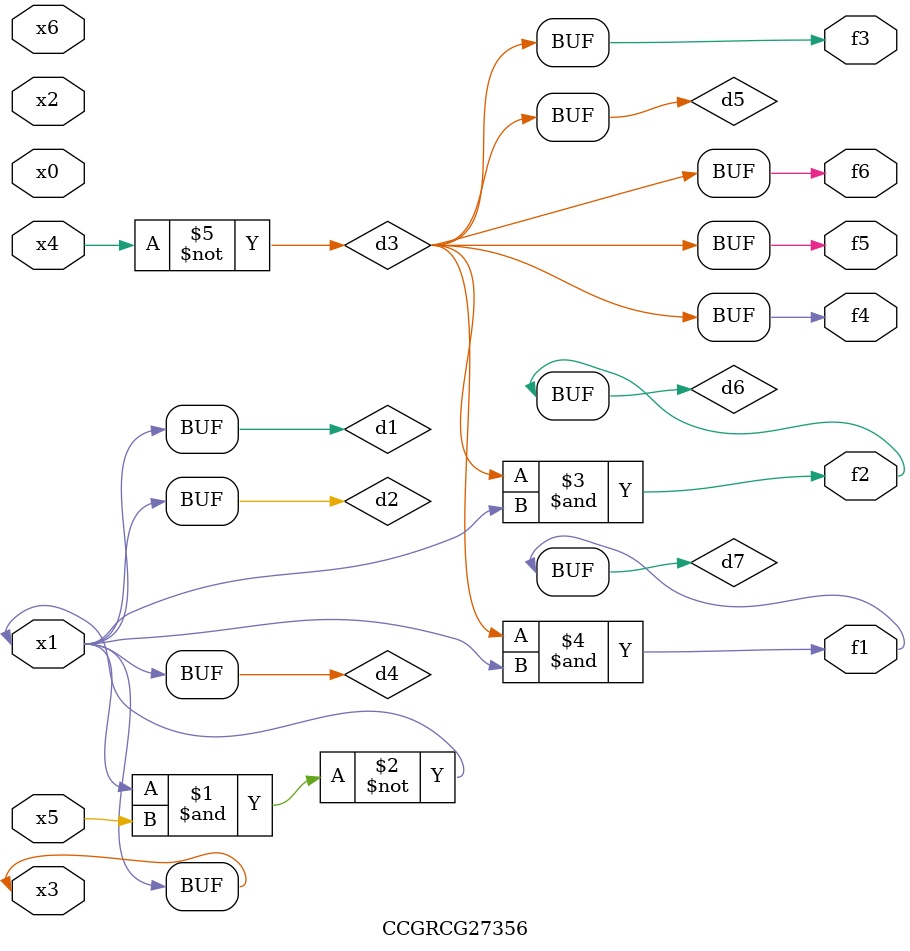
<source format=v>
module CCGRCG27356(
	input x0, x1, x2, x3, x4, x5, x6,
	output f1, f2, f3, f4, f5, f6
);

	wire d1, d2, d3, d4, d5, d6, d7;

	buf (d1, x1, x3);
	nand (d2, x1, x5);
	not (d3, x4);
	buf (d4, d1, d2);
	buf (d5, d3);
	and (d6, d3, d4);
	and (d7, d3, d4);
	assign f1 = d7;
	assign f2 = d6;
	assign f3 = d5;
	assign f4 = d5;
	assign f5 = d5;
	assign f6 = d5;
endmodule

</source>
